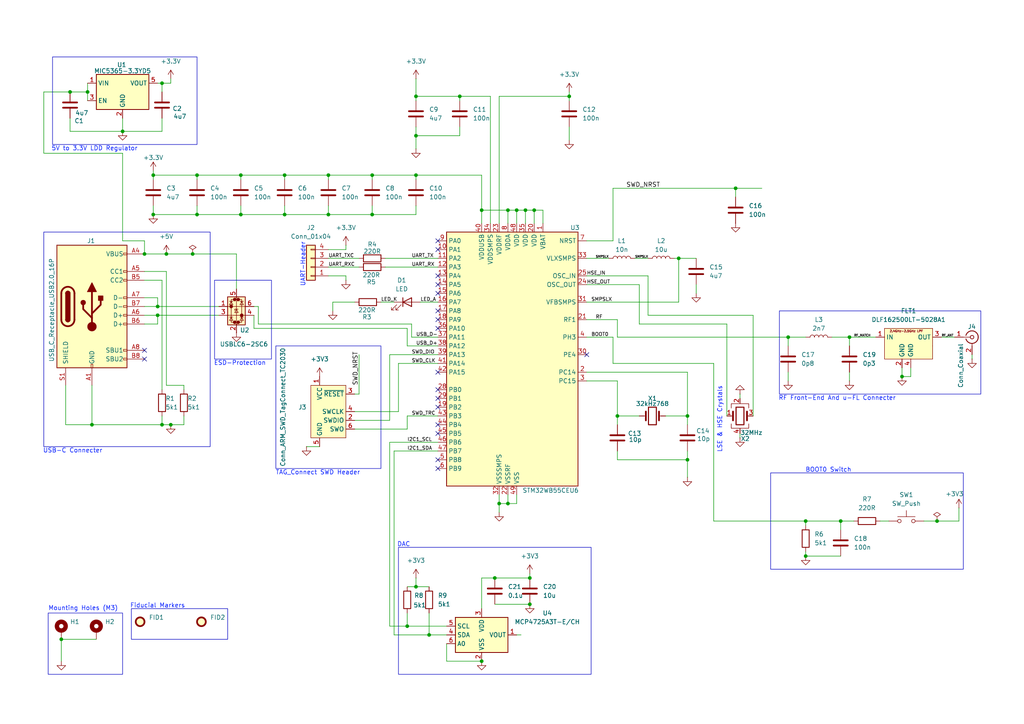
<source format=kicad_sch>
(kicad_sch (version 20231120) (generator "eeschema") (generator_version "8.0")
  (paper "A4")
  (junction (at 41.91 73.66))
  (junction (at 246.38 97.79))
  (junction (at 144.78 146.05))
  (junction (at 153.67 167.64))
  (junction (at 153.67 175.26))
  (junction (at 55.88 73.66))
  (junction (at 69.85 62.23))
  (junction (at 243.84 151.13))
  (junction (at 25.4 26.67))
  (junction (at 26.67 123.19))
  (junction (at 147.32 60.96))
  (junction (at 213.36 54.61))
  (junction (at 95.25 50.8))
  (junction (at 154.94 60.96))
  (junction (at 120.65 170.18))
  (junction (at 46.99 24.13))
  (junction (at 196.85 74.93))
  (junction (at 143.51 167.64))
  (junction (at 261.62 109.22))
  (junction (at 69.85 50.8))
  (junction (at 57.15 50.8))
  (junction (at 228.6 97.79))
  (junction (at 271.78 151.13))
  (junction (at 147.32 146.05))
  (junction (at 49.53 123.19))
  (junction (at 149.86 60.96))
  (junction (at 82.55 50.8))
  (junction (at 46.99 123.19))
  (junction (at 35.56 38.1))
  (junction (at 118.11 181.61))
  (junction (at 48.26 73.66))
  (junction (at 124.46 184.15))
  (junction (at 133.35 27.94))
  (junction (at 45.72 91.44))
  (junction (at 44.45 62.23))
  (junction (at 139.7 191.77))
  (junction (at 107.95 62.23))
  (junction (at 179.07 120.65))
  (junction (at 165.1 27.94))
  (junction (at 17.78 185.42))
  (junction (at 199.39 133.35))
  (junction (at 120.65 39.37))
  (junction (at 199.39 120.65))
  (junction (at 20.32 26.67))
  (junction (at 139.7 60.96))
  (junction (at 95.25 62.23))
  (junction (at 120.65 50.8))
  (junction (at 45.72 88.9))
  (junction (at 82.55 62.23))
  (junction (at 233.68 151.13))
  (junction (at 120.65 27.94))
  (junction (at 107.95 50.8))
  (junction (at 57.15 62.23))
  (junction (at 233.68 161.29))
  (junction (at 152.4 60.96))
  (junction (at 44.45 50.8))
  (no_connect (at 127 69.85))
  (no_connect (at 127 107.95))
  (no_connect (at 127 123.19))
  (no_connect (at 127 72.39))
  (no_connect (at 127 92.71))
  (no_connect (at 41.91 101.6))
  (no_connect (at 127 90.17))
  (no_connect (at 127 95.25))
  (no_connect (at 127 113.03))
  (no_connect (at 127 80.01))
  (no_connect (at 170.18 102.87))
  (no_connect (at 127 133.35))
  (no_connect (at 127 118.11))
  (no_connect (at 127 85.09))
  (no_connect (at 127 135.89))
  (no_connect (at 41.91 104.14))
  (no_connect (at 127 115.57))
  (no_connect (at 127 125.73))
  (no_connect (at 127 82.55))
  (wire (pts (xy 12.7 26.67) (xy 20.32 26.67)))
  (wire (pts (xy 25.4 26.67) (xy 20.32 26.67)))
  (wire (pts (xy 214.63 125.73) (xy 214.63 127)))
  (wire (pts (xy 185.42 93.98) (xy 185.42 82.55)))
  (wire (pts (xy 118.11 120.65) (xy 127 120.65)))
  (wire (pts (xy 214.63 114.3) (xy 214.63 115.57)))
  (wire (pts (xy 139.7 50.8) (xy 139.7 60.96)))
  (wire (pts (xy 179.07 120.65) (xy 179.07 110.49)))
  (wire (pts (xy 184.15 74.93) (xy 187.96 74.93)))
  (wire (pts (xy 170.18 107.95) (xy 199.39 107.95)))
  (wire (pts (xy 233.68 151.13) (xy 233.68 152.4)))
  (wire (pts (xy 110.49 87.63) (xy 114.3 87.63)))
  (wire (pts (xy 102.87 114.3) (xy 104.14 114.3)))
  (wire (pts (xy 120.65 22.86) (xy 120.65 27.94)))
  (wire (pts (xy 25.4 24.13) (xy 25.4 26.67)))
  (wire (pts (xy 95.25 74.93) (xy 104.14 74.93)))
  (wire (pts (xy 153.67 166.37) (xy 153.67 167.64)))
  (wire (pts (xy 228.6 97.79) (xy 228.6 100.33)))
  (wire (pts (xy 45.72 24.13) (xy 46.99 24.13)))
  (wire (pts (xy 118.11 120.65) (xy 118.11 124.46)))
  (wire (pts (xy 118.11 177.8) (xy 118.11 181.61)))
  (wire (pts (xy 139.7 50.8) (xy 120.65 50.8)))
  (wire (pts (xy 113.03 181.61) (xy 118.11 181.61)))
  (wire (pts (xy 45.72 91.44) (xy 45.72 93.98)))
  (wire (pts (xy 127 130.81) (xy 114.3 130.81)))
  (wire (pts (xy 196.85 74.93) (xy 201.93 74.93)))
  (wire (pts (xy 46.99 34.29) (xy 46.99 38.1)))
  (wire (pts (xy 102.87 87.63) (xy 96.52 87.63)))
  (wire (pts (xy 264.16 106.68) (xy 264.16 109.22)))
  (wire (pts (xy 120.65 170.18) (xy 124.46 170.18)))
  (wire (pts (xy 26.67 111.76) (xy 26.67 123.19)))
  (wire (pts (xy 246.38 107.95) (xy 246.38 110.49)))
  (wire (pts (xy 233.68 161.29) (xy 243.84 161.29)))
  (wire (pts (xy 48.26 111.76) (xy 53.34 111.76)))
  (wire (pts (xy 19.05 111.76) (xy 19.05 123.19)))
  (wire (pts (xy 17.78 185.42) (xy 17.78 191.77)))
  (wire (pts (xy 196.85 87.63) (xy 196.85 74.93)))
  (wire (pts (xy 104.14 102.87) (xy 104.14 114.3)))
  (wire (pts (xy 120.65 50.8) (xy 120.65 52.07)))
  (wire (pts (xy 115.57 105.41) (xy 115.57 119.38)))
  (wire (pts (xy 44.45 50.8) (xy 57.15 50.8)))
  (wire (pts (xy 120.65 59.69) (xy 120.65 62.23)))
  (wire (pts (xy 124.46 177.8) (xy 124.46 184.15)))
  (wire (pts (xy 179.07 110.49) (xy 170.18 110.49)))
  (wire (pts (xy 152.4 60.96) (xy 152.4 64.77)))
  (wire (pts (xy 185.42 120.65) (xy 179.07 120.65)))
  (wire (pts (xy 170.18 69.85) (xy 177.8 69.85)))
  (wire (pts (xy 243.84 151.13) (xy 247.65 151.13)))
  (wire (pts (xy 45.72 88.9) (xy 63.5 88.9)))
  (wire (pts (xy 143.51 167.64) (xy 153.67 167.64)))
  (wire (pts (xy 255.27 151.13) (xy 257.81 151.13)))
  (wire (pts (xy 100.33 71.12) (xy 100.33 72.39)))
  (wire (pts (xy 120.65 27.94) (xy 133.35 27.94)))
  (wire (pts (xy 264.16 109.22) (xy 261.62 109.22)))
  (wire (pts (xy 73.66 95.25) (xy 73.66 91.44)))
  (wire (pts (xy 41.91 86.36) (xy 45.72 86.36)))
  (wire (pts (xy 233.68 160.02) (xy 233.68 161.29)))
  (wire (pts (xy 17.78 185.42) (xy 27.94 185.42)))
  (wire (pts (xy 139.7 60.96) (xy 139.7 64.77)))
  (wire (pts (xy 82.55 50.8) (xy 82.55 52.07)))
  (wire (pts (xy 179.07 133.35) (xy 199.39 133.35)))
  (wire (pts (xy 207.01 151.13) (xy 233.68 151.13)))
  (wire (pts (xy 68.58 73.66) (xy 68.58 83.82)))
  (wire (pts (xy 73.66 95.25) (xy 118.11 95.25)))
  (wire (pts (xy 120.65 167.64) (xy 120.65 170.18)))
  (wire (pts (xy 82.55 62.23) (xy 69.85 62.23)))
  (wire (pts (xy 69.85 50.8) (xy 69.85 52.07)))
  (wire (pts (xy 144.78 146.05) (xy 147.32 146.05)))
  (wire (pts (xy 100.33 80.01) (xy 100.33 81.28)))
  (wire (pts (xy 102.87 119.38) (xy 115.57 119.38)))
  (wire (pts (xy 53.34 111.76) (xy 53.34 113.03)))
  (wire (pts (xy 179.07 120.65) (xy 179.07 123.19)))
  (wire (pts (xy 48.26 73.66) (xy 55.88 73.66)))
  (wire (pts (xy 179.07 97.79) (xy 228.6 97.79)))
  (wire (pts (xy 55.88 73.66) (xy 68.58 73.66)))
  (wire (pts (xy 118.11 95.25) (xy 118.11 100.33)))
  (wire (pts (xy 82.55 59.69) (xy 82.55 62.23)))
  (wire (pts (xy 95.25 72.39) (xy 100.33 72.39)))
  (wire (pts (xy 120.65 62.23) (xy 107.95 62.23)))
  (wire (pts (xy 115.57 105.41) (xy 127 105.41)))
  (wire (pts (xy 139.7 176.53) (xy 139.7 167.64)))
  (wire (pts (xy 41.91 93.98) (xy 45.72 93.98)))
  (wire (pts (xy 118.11 100.33) (xy 127 100.33)))
  (wire (pts (xy 144.78 27.94) (xy 165.1 27.94)))
  (wire (pts (xy 35.56 34.29) (xy 35.56 38.1)))
  (wire (pts (xy 177.8 105.41) (xy 207.01 105.41)))
  (wire (pts (xy 261.62 106.68) (xy 261.62 109.22)))
  (wire (pts (xy 95.25 59.69) (xy 95.25 62.23)))
  (wire (pts (xy 41.91 81.28) (xy 46.99 81.28)))
  (wire (pts (xy 41.91 69.85) (xy 41.91 73.66)))
  (wire (pts (xy 46.99 38.1) (xy 35.56 38.1)))
  (wire (pts (xy 210.82 93.98) (xy 185.42 93.98)))
  (wire (pts (xy 69.85 59.69) (xy 69.85 62.23)))
  (wire (pts (xy 201.93 82.55) (xy 201.93 85.09)))
  (wire (pts (xy 207.01 105.41) (xy 207.01 151.13)))
  (wire (pts (xy 177.8 97.79) (xy 177.8 105.41)))
  (wire (pts (xy 74.93 93.98) (xy 74.93 88.9)))
  (wire (pts (xy 179.07 130.81) (xy 179.07 133.35)))
  (wire (pts (xy 157.48 60.96) (xy 154.94 60.96)))
  (wire (pts (xy 170.18 97.79) (xy 177.8 97.79)))
  (wire (pts (xy 57.15 50.8) (xy 57.15 52.07)))
  (wire (pts (xy 107.95 62.23) (xy 95.25 62.23)))
  (wire (pts (xy 45.72 91.44) (xy 63.5 91.44)))
  (wire (pts (xy 228.6 97.79) (xy 233.68 97.79)))
  (wire (pts (xy 177.8 69.85) (xy 177.8 54.61)))
  (wire (pts (xy 210.82 120.65) (xy 210.82 93.98)))
  (wire (pts (xy 111.76 74.93) (xy 127 74.93)))
  (wire (pts (xy 120.65 39.37) (xy 120.65 43.18)))
  (wire (pts (xy 218.44 120.65) (xy 218.44 91.44)))
  (wire (pts (xy 25.4 26.67) (xy 25.4 29.21)))
  (wire (pts (xy 46.99 24.13) (xy 46.99 26.67)))
  (wire (pts (xy 95.25 77.47) (xy 104.14 77.47)))
  (wire (pts (xy 149.86 143.51) (xy 149.86 146.05)))
  (wire (pts (xy 193.04 120.65) (xy 199.39 120.65)))
  (wire (pts (xy 69.85 50.8) (xy 57.15 50.8)))
  (wire (pts (xy 26.67 123.19) (xy 46.99 123.19)))
  (wire (pts (xy 129.54 186.69) (xy 129.54 191.77)))
  (wire (pts (xy 154.94 60.96) (xy 152.4 60.96)))
  (wire (pts (xy 35.56 44.45) (xy 35.56 69.85)))
  (wire (pts (xy 149.86 60.96) (xy 149.86 64.77)))
  (wire (pts (xy 149.86 60.96) (xy 147.32 60.96)))
  (wire (pts (xy 185.42 82.55) (xy 170.18 82.55)))
  (wire (pts (xy 46.99 123.19) (xy 49.53 123.19)))
  (wire (pts (xy 129.54 191.77) (xy 139.7 191.77)))
  (wire (pts (xy 213.36 54.61) (xy 213.36 57.15)))
  (wire (pts (xy 213.36 54.61) (xy 220.98 54.61)))
  (wire (pts (xy 143.51 175.26) (xy 153.67 175.26)))
  (wire (pts (xy 118.11 181.61) (xy 129.54 181.61)))
  (wire (pts (xy 95.25 62.23) (xy 82.55 62.23)))
  (wire (pts (xy 170.18 74.93) (xy 176.53 74.93)))
  (wire (pts (xy 218.44 91.44) (xy 187.96 91.44)))
  (wire (pts (xy 165.1 36.83) (xy 165.1 40.64)))
  (wire (pts (xy 12.7 26.67) (xy 12.7 44.45)))
  (wire (pts (xy 154.94 60.96) (xy 154.94 64.77)))
  (wire (pts (xy 278.13 151.13) (xy 271.78 151.13)))
  (wire (pts (xy 95.25 50.8) (xy 82.55 50.8)))
  (wire (pts (xy 92.71 129.54) (xy 88.9 129.54)))
  (wire (pts (xy 157.48 64.77) (xy 157.48 60.96)))
  (wire (pts (xy 53.34 120.65) (xy 53.34 123.19)))
  (wire (pts (xy 273.05 97.79) (xy 276.86 97.79)))
  (wire (pts (xy 113.03 102.87) (xy 127 102.87)))
  (wire (pts (xy 20.32 34.29) (xy 20.32 38.1)))
  (wire (pts (xy 74.93 93.98) (xy 119.38 93.98)))
  (wire (pts (xy 49.53 123.19) (xy 53.34 123.19)))
  (wire (pts (xy 177.8 54.61) (xy 213.36 54.61)))
  (wire (pts (xy 165.1 26.67) (xy 165.1 27.94)))
  (wire (pts (xy 133.35 27.94) (xy 133.35 29.21)))
  (wire (pts (xy 241.3 97.79) (xy 246.38 97.79)))
  (wire (pts (xy 19.05 123.19) (xy 26.67 123.19)))
  (wire (pts (xy 170.18 92.71) (xy 179.07 92.71)))
  (wire (pts (xy 114.3 184.15) (xy 124.46 184.15)))
  (wire (pts (xy 45.72 86.36) (xy 45.72 88.9)))
  (wire (pts (xy 118.11 124.46) (xy 102.87 124.46)))
  (wire (pts (xy 113.03 121.92) (xy 113.03 102.87)))
  (wire (pts (xy 114.3 130.81) (xy 114.3 184.15)))
  (wire (pts (xy 118.11 170.18) (xy 120.65 170.18)))
  (wire (pts (xy 44.45 49.53) (xy 44.45 50.8)))
  (wire (pts (xy 243.84 151.13) (xy 243.84 153.67)))
  (wire (pts (xy 49.53 24.13) (xy 49.53 22.86)))
  (wire (pts (xy 35.56 69.85) (xy 41.91 69.85)))
  (wire (pts (xy 119.38 97.79) (xy 127 97.79)))
  (wire (pts (xy 278.13 147.32) (xy 278.13 151.13)))
  (wire (pts (xy 142.24 27.94) (xy 133.35 27.94)))
  (wire (pts (xy 12.7 44.45) (xy 35.56 44.45)))
  (wire (pts (xy 147.32 143.51) (xy 147.32 146.05)))
  (wire (pts (xy 119.38 93.98) (xy 119.38 97.79)))
  (wire (pts (xy 195.58 74.93) (xy 196.85 74.93)))
  (wire (pts (xy 267.97 151.13) (xy 271.78 151.13)))
  (wire (pts (xy 120.65 50.8) (xy 107.95 50.8)))
  (wire (pts (xy 107.95 59.69) (xy 107.95 62.23)))
  (wire (pts (xy 120.65 39.37) (xy 133.35 39.37)))
  (wire (pts (xy 57.15 62.23) (xy 57.15 59.69)))
  (wire (pts (xy 127 128.27) (xy 113.03 128.27)))
  (wire (pts (xy 48.26 78.74) (xy 48.26 111.76)))
  (wire (pts (xy 82.55 50.8) (xy 69.85 50.8)))
  (wire (pts (xy 44.45 62.23) (xy 57.15 62.23)))
  (wire (pts (xy 199.39 107.95) (xy 199.39 120.65)))
  (wire (pts (xy 281.94 102.87) (xy 281.94 104.14)))
  (wire (pts (xy 139.7 167.64) (xy 143.51 167.64)))
  (wire (pts (xy 113.03 128.27) (xy 113.03 181.61)))
  (wire (pts (xy 107.95 50.8) (xy 95.25 50.8)))
  (wire (pts (xy 46.99 120.65) (xy 46.99 123.19)))
  (wire (pts (xy 120.65 36.83) (xy 120.65 39.37)))
  (wire (pts (xy 179.07 92.71) (xy 179.07 97.79)))
  (wire (pts (xy 120.65 29.21) (xy 120.65 27.94)))
  (wire (pts (xy 144.78 143.51) (xy 144.78 146.05)))
  (wire (pts (xy 41.91 78.74) (xy 48.26 78.74)))
  (wire (pts (xy 199.39 120.65) (xy 199.39 123.19)))
  (wire (pts (xy 69.85 62.23) (xy 57.15 62.23)))
  (wire (pts (xy 246.38 97.79) (xy 254 97.79)))
  (wire (pts (xy 142.24 64.77) (xy 142.24 27.94)))
  (wire (pts (xy 95.25 80.01) (xy 100.33 80.01)))
  (wire (pts (xy 111.76 77.47) (xy 127 77.47)))
  (wire (pts (xy 152.4 60.96) (xy 149.86 60.96)))
  (wire (pts (xy 95.25 50.8) (xy 95.25 52.07)))
  (wire (pts (xy 121.92 87.63) (xy 127 87.63)))
  (wire (pts (xy 44.45 52.07) (xy 44.45 50.8)))
  (wire (pts (xy 144.78 146.05) (xy 144.78 148.59)))
  (wire (pts (xy 96.52 87.63) (xy 96.52 90.17)))
  (wire (pts (xy 187.96 80.01) (xy 170.18 80.01)))
  (wire (pts (xy 74.93 88.9) (xy 73.66 88.9)))
  (wire (pts (xy 144.78 64.77) (xy 144.78 27.94)))
  (wire (pts (xy 149.86 184.15) (xy 151.13 184.15)))
  (wire (pts (xy 170.18 87.63) (xy 196.85 87.63)))
  (wire (pts (xy 20.32 38.1) (xy 35.56 38.1)))
  (wire (pts (xy 199.39 133.35) (xy 199.39 138.43)))
  (wire (pts (xy 44.45 59.69) (xy 44.45 62.23)))
  (wire (pts (xy 124.46 184.15) (xy 129.54 184.15)))
  (wire (pts (xy 147.32 146.05) (xy 149.86 146.05)))
  (wire (pts (xy 46.99 113.03) (xy 46.99 81.28)))
  (wire (pts (xy 147.32 60.96) (xy 147.32 64.77)))
  (wire (pts (xy 107.95 50.8) (xy 107.95 52.07)))
  (wire (pts (xy 233.68 151.13) (xy 243.84 151.13)))
  (wire (pts (xy 187.96 91.44) (xy 187.96 80.01)))
  (wire (pts (xy 41.91 91.44) (xy 45.72 91.44)))
  (wire (pts (xy 165.1 27.94) (xy 165.1 29.21)))
  (wire (pts (xy 41.91 73.66) (xy 48.26 73.66)))
  (wire (pts (xy 199.39 130.81) (xy 199.39 133.35)))
  (wire (pts (xy 228.6 107.95) (xy 228.6 110.49)))
  (wire (pts (xy 246.38 97.79) (xy 246.38 100.33)))
  (wire (pts (xy 46.99 24.13) (xy 49.53 24.13)))
  (wire (pts (xy 147.32 60.96) (xy 139.7 60.96)))
  (wire (pts (xy 41.91 88.9) (xy 45.72 88.9)))
  (wire (pts (xy 133.35 39.37) (xy 133.35 36.83)))
  (wire (pts (xy 102.87 121.92) (xy 113.03 121.92)))
  (rectangle (start 38.1 176.53) (end 66.04 185.42))
  (rectangle (start 226.06 90.17) (end 284.48 114.3))
  (rectangle (start 15.24 16.51) (end 57.15 41.91))
  (rectangle (start 80.01 100.33) (end 110.49 135.89))
  (rectangle (start 223.52 137.16) (end 279.4 165.1))
  (rectangle (start 115.57 158.75) (end 171.45 195.58))
  (rectangle (start 62.23 81.28) (end 78.74 104.14))
  (rectangle (start 13.97 177.8) (end 35.56 195.58))
  (rectangle (start 12.7 67.31) (end 60.96 129.54))
  (text "RF Front-End And u-FL Connecter" (at 242.824 115.57 0) (effects (font (size 1.27 1.27))))
  (text "ESD-Protection" (at 69.596 105.41 0) (effects (font (size 1.27 1.27))))
  (text "Mounting Holes (M3)" (at 24.13 176.53 0) (effects (font (size 1.27 1.27))))
  (text "LSE & HSE Crystals" (at 208.788 121.666 90) (effects (font (size 1.27 1.27))))
  (text "Fiducial Markers" (at 45.72 175.768 0) (effects (font (size 1.27 1.27))))
  (text "USB-C Connecter " (at 21.59 130.81 0) (effects (font (size 1.27 1.27))))
  (text "UART-Header" (at 87.884 76.708 90) (effects (font (size 1.27 1.27))))
  (text "TAG_Connect SWD Header" (at 92.202 137.16 0) (effects (font (size 1.27 1.27))))
  (text "5V to 3.3V LDD Regulator" (at 27.432 43.18 0) (effects (font (size 1.27 1.27))))
  (text "BOOT0 Switch" (at 240.284 136.398 0) (effects (font (size 1.27 1.27))))
  (text "DAC" (at 117.094 157.988 0) (effects (font (size 1.27 1.27))))
  (label "RF_MATCH" (at 247.65 97.79 0) (effects (font (size 0.635 0.635))))
  (label "SWD_NRST" (at 181.61 54.61 0))
  (label "UART_RXC" (at 95.25 77.47 0) (effects (font (size 1.016 1.016))))
  (label "HSE_OUT" (at 170.18 82.55 0) (effects (font (size 1.016 1.016))))
  (label "SMPSLX" (at 172.72 74.93 0) (effects (font (size 0.635 0.635))))
  (label "BOOT0" (at 171.45 97.79 0) (effects (font (size 1.016 1.016))))
  (label "UART_RX" (at 119.38 77.47 0) (effects (font (size 1.016 1.016))))
  (label "UART_TXC" (at 95.25 74.93 0) (effects (font (size 1.016 1.016))))
  (label "SMPSLX" (at 184.15 74.93 0) (effects (font (size 0.635 0.635))))
  (label "LED_K" (at 110.49 87.63 0) (effects (font (size 1.016 1.016))))
  (label "LED_A" (at 121.92 87.63 0) (effects (font (size 1.016 1.016))))
  (label "RF" (at 172.72 92.71 0) (effects (font (size 1.016 1.016))))
  (label "SWD_CLK" (at 119.38 105.41 0) (effects (font (size 1.016 1.016))))
  (label "I2C1_SCL" (at 118.11 128.27 0) (effects (font (size 1.016 1.016))))
  (label "SMPSLX" (at 171.45 87.63 0) (effects (font (size 1.016 1.016))))
  (label "SWD_NRST" (at 104.14 111.76 90))
  (label "UART_TX" (at 119.38 74.93 0) (effects (font (size 1.016 1.016))))
  (label "SWD_TRC" (at 119.38 120.65 0) (effects (font (size 1.016 1.016))))
  (label "I2C1_SDA" (at 118.11 130.81 0) (effects (font (size 1.016 1.016))))
  (label "RF_ANT" (at 273.05 97.79 0) (effects (font (size 0.635 0.635))))
  (label "HSE_IN" (at 170.18 80.01 0) (effects (font (size 1.016 1.016))))
  (label "USB_D-" (at 120.65 97.79 0) (effects (font (size 1.016 1.016))))
  (label "USB_D+" (at 120.65 100.33 0) (effects (font (size 1.016 1.016))))
  (label "SWD_DIO" (at 119.38 102.87 0) (effects (font (size 1.016 1.016))))
  (symbol (lib_id "power:GND") (at 281.94 104.14 0) (unit 1)
    (property "Reference" "#PWR028" (effects (hide yes)))
    (property "Value" "GND" (effects (hide yes)))
    (property "Description" "Power symbol creates a global label with name \"GND\" , ground" (effects (hide yes)))
  )
  (symbol (lib_id "power:GND") (at 44.45 62.23 0) (unit 1)
    (property "Reference" "#PWR03" (effects (hide yes)))
    (property "Value" "GND" (effects (hide yes)))
    (property "Description" "Power symbol creates a global label with name \"GND\" , ground" (effects (hide yes)))
  )
  (symbol (lib_id "power:PWR_FLAG") (at 271.78 151.13 0) (unit 1)
    (property "Reference" "#FLG02" (effects (hide yes)))
    (property "Value" "PWR_FLAG" (effects (hide yes)))
    (property "Description" "Special symbol for telling ERC where power comes from" (effects (hide yes)))
  )
  (symbol (lib_id "Device:C") (at 143.51 171.45 0) (unit 1)
    (property "Reference" "C21" (at 147.32 170.1799 0) (effects (justify left)))
    (property "Value" "0.1u" (at 147.32 172.7199 0) (effects (justify left)))
    (property "Footprint" "Capacitor_SMD:C_01005_0402Metric" (effects (hide yes)))
    (property "Description" "Unpolarized capacitor" (effects (hide yes)))
  )
  (symbol (lib_id "Device:R") (at 124.46 173.99 0) (unit 1)
    (property "Reference" "R9" (at 127 172.7199 0) (effects (justify left)))
    (property "Value" "5k1" (at 127 175.2599 0) (effects (justify left)))
    (property "Footprint" "Resistor_SMD:R_0402_1005Metric" (effects (hide yes)))
    (property "Description" "Resistor" (effects (hide yes)))
  )
  (symbol (lib_id "power:GND") (at 199.39 138.43 0) (unit 1)
    (property "Reference" "#PWR018" (effects (hide yes)))
    (property "Value" "GND" (effects (hide yes)))
    (property "Description" "Power symbol creates a global label with name \"GND\" , ground" (effects (hide yes)))
  )
  (symbol (lib_id "Device:C") (at 120.65 55.88 0) (unit 1)
    (property "Reference" "C10" (at 124.46 54.6099 0) (effects (justify left)))
    (property "Value" "100n" (at 124.46 57.1499 0) (effects (justify left)))
    (property "Footprint" "Capacitor_SMD:C_0402_1005Metric" (effects (hide yes)))
    (property "Description" "Unpolarized capacitor" (effects (hide yes)))
  )
  (symbol (lib_id "MCU_ST_STM32WB:STM32WB55CEUx") (at 149.86 105.41 0) (mirror y) (unit 1)
    (property "Reference" "U3" (at 168.148 66.04 0) (effects (justify left)))
    (property "Value" "STM32WB55CEU6" (at 167.894 142.24 0) (effects (justify left)))
    (property "Footprint" "Package_DFN_QFN:QFN-48-1EP_7x7mm_P0.5mm_EP5.6x5.6mm" (effects (hide yes)))
    (property "Datasheet" "https://www.st.com/resource/en/datasheet/stm32wb55ce.pdf" (effects (hide yes)))
    (property "Description" "STMicroelectronics Arm Cortex-M4 MCU, 512KB flash, 256KB RAM, 64 MHz, 1.71-3.6V, 30 GPIO, UFQFPN48" (effects (hide yes)))
  )
  (symbol (lib_id "power:GND") (at 96.52 90.17 0) (unit 1)
    (property "Reference" "#PWR010" (effects (hide yes)))
    (property "Value" "GND" (effects (hide yes)))
    (property "Description" "Power symbol creates a global label with name \"GND\" , ground" (effects (hide yes)))
  )
  (symbol (lib_id "Device:C") (at 165.1 33.02 0) (unit 1)
    (property "Reference" "C12" (at 168.91 31.7499 0) (effects (justify left)))
    (property "Value" "100n" (at 168.91 34.2899 0) (effects (justify left)))
    (property "Footprint" "Capacitor_SMD:C_0402_1005Metric" (effects (hide yes)))
    (property "Description" "Unpolarized capacitor" (effects (hide yes)))
  )
  (symbol (lib_id "Connector:USB_C_Receptacle_USB2.0_16P") (at 26.67 88.9 0) (unit 1)
    (property "Reference" "J1" (at 26.416 69.85 0))
    (property "Value" "USB_C_Receptacle_USB2.0_16P" (at 14.986 89.916 90))
    (property "Footprint" "Connector_USB:USB_C_Receptacle_GCT_USB4105-xx-A_16P_TopMnt_Horizontal" (effects (hide yes)))
    (property "Datasheet" "https://www.usb.org/sites/default/files/documents/usb_type-c.zip" (effects (hide yes)))
    (property "Description" "USB 2.0-only 16P Type-C Receptacle connector" (effects (hide yes)))
  )
  (symbol (lib_id "Device:C") (at 95.25 55.88 0) (unit 1)
    (property "Reference" "C7" (at 99.06 54.6099 0) (effects (justify left)))
    (property "Value" "100n" (at 99.06 57.1499 0) (effects (justify left)))
    (property "Footprint" "Capacitor_SMD:C_0402_1005Metric" (effects (hide yes)))
    (property "Description" "Unpolarized capacitor" (effects (hide yes)))
  )
  (symbol (lib_id "power:+3.3V") (at 44.45 49.53 0) (unit 1)
    (property "Reference" "#PWR02" (effects (hide yes)))
    (property "Value" "+3.3V" (at 44.45 45.72 0))
    (property "Description" "Power symbol creates a global label with name \"+3.3V\"" (effects (hide yes)))
  )
  (symbol (lib_id "Device:C") (at 57.15 55.88 0) (unit 1)
    (property "Reference" "C4" (at 60.96 54.6099 0) (effects (justify left)))
    (property "Value" "100n" (at 60.96 57.1499 0) (effects (justify left)))
    (property "Footprint" "Capacitor_SMD:C_0402_1005Metric" (effects (hide yes)))
    (property "Description" "Unpolarized capacitor" (effects (hide yes)))
  )
  (symbol (lib_id "Device:R") (at 53.34 116.84 0) (unit 1)
    (property "Reference" "R2" (at 54.356 115.57 0) (effects (justify left)))
    (property "Value" "5k1" (at 54.356 118.11 0) (effects (justify left)))
    (property "Footprint" "Resistor_SMD:R_0402_1005Metric" (effects (hide yes)))
    (property "Description" "Resistor" (effects (hide yes)))
  )
  (symbol (lib_id "Device:L") (at 237.49 97.79 90) (unit 1)
    (property "Reference" "L3" (at 237.49 92.71 90))
    (property "Value" "2n7" (at 237.49 95.25 90))
    (property "Footprint" "Inductor_SMD:L_0402_1005Metric" (effects (hide yes)))
    (property "Description" "Inductor" (effects (hide yes)))
  )
  (symbol (lib_id "Device:R") (at 46.99 116.84 0) (unit 1)
    (property "Reference" "R1" (at 48.006 115.57 0) (effects (justify left)))
    (property "Value" "5k1" (at 48.006 118.11 0) (effects (justify left)))
    (property "Footprint" "Resistor_SMD:R_0402_1005Metric" (effects (hide yes)))
    (property "Description" "Resistor" (effects (hide yes)))
  )
  (symbol (lib_id "Mechanical:MountingHole_Pad") (at 27.94 182.88 0) (unit 1) (exclude_from_sim yes)
    (property "Reference" "H2" (at 30.48 180.3399 0) (effects (justify left)))
    (property "Value" "MountingHole_Pad" (effects (hide yes)))
    (property "Footprint" "MountingHole:MountingHole_2.2mm_M2_Pad" (effects (hide yes)))
    (property "Description" "Mounting Hole with connection" (effects (hide yes)))
  )
  (symbol (lib_id "Device:LED") (at 118.11 87.63 0) (unit 1)
    (property "Reference" "D1" (at 116.5225 81.28 0))
    (property "Value" "LED" (at 116.5225 83.82 0))
    (property "Footprint" "LED_SMD:LED_0402_1005Metric" (effects (hide yes)))
    (property "Description" "Light emitting diode" (effects (hide yes)))
  )
  (symbol (lib_id "power:GND") (at 233.68 161.29 0) (unit 1)
    (property "Reference" "#PWR024" (effects (hide yes)))
    (property "Value" "GND" (effects (hide yes)))
    (property "Description" "Power symbol creates a global label with name \"GND\" , ground" (effects (hide yes)))
  )
  (symbol (lib_id "Device:C") (at 82.55 55.88 0) (unit 1)
    (property "Reference" "C6" (at 86.36 54.6099 0) (effects (justify left)))
    (property "Value" "100n" (at 86.36 57.1499 0) (effects (justify left)))
    (property "Footprint" "Capacitor_SMD:C_0402_1005Metric" (effects (hide yes)))
    (property "Description" "Unpolarized capacitor" (effects (hide yes)))
  )
  (symbol (lib_id "power:GND") (at 49.53 123.19 0) (unit 1)
    (property "Reference" "#PWR05" (effects (hide yes)))
    (property "Value" "GND" (effects (hide yes)))
    (property "Description" "Power symbol creates a global label with name \"GND\" , ground" (effects (hide yes)))
  )
  (symbol (lib_id "Device:C") (at 133.35 33.02 0) (unit 1)
    (property "Reference" "C11" (at 137.16 31.7499 0) (effects (justify left)))
    (property "Value" "100n" (at 137.16 34.2899 0) (effects (justify left)))
    (property "Footprint" "Capacitor_SMD:C_0402_1005Metric" (effects (hide yes)))
    (property "Description" "Unpolarized capacitor" (effects (hide yes)))
  )
  (symbol (lib_id "Mechanical:MountingHole_Pad") (at 17.78 182.88 0) (unit 1) (exclude_from_sim yes)
    (property "Reference" "H1" (at 20.32 180.3399 0) (effects (justify left)))
    (property "Value" "MountingHole_Pad" (effects (hide yes)))
    (property "Footprint" "MountingHole:MountingHole_2.2mm_M2_Pad" (effects (hide yes)))
    (property "Description" "Mounting Hole with connection" (effects (hide yes)))
  )
  (symbol (lib_id "Connector_Generic:Conn_01x04") (at 90.17 77.47 180) (unit 1)
    (property "Reference" "J2" (at 90.17 66.04 0))
    (property "Value" "Conn_01x04" (at 90.17 68.58 0))
    (property "Footprint" "Connector_Molex:Molex_PicoBlade_53048-0410_1x04_P1.25mm_Horizontal" (effects (hide yes)))
    (property "Description" "Generic connector, single row, 01x04, script generated (kicad-library-utils/schlib/autogen/connector/)" (effects (hide yes)))
  )
  (symbol (lib_id "Device:C") (at 69.85 55.88 0) (unit 1)
    (property "Reference" "C5" (at 73.66 54.6099 0) (effects (justify left)))
    (property "Value" "100n" (at 73.66 57.1499 0) (effects (justify left)))
    (property "Footprint" "Capacitor_SMD:C_0402_1005Metric" (effects (hide yes)))
    (property "Description" "Unpolarized capacitor" (effects (hide yes)))
  )
  (symbol (lib_id "power:GND") (at 100.33 81.28 0) (unit 1)
    (property "Reference" "#PWR012" (effects (hide yes)))
    (property "Value" "GND" (effects (hide yes)))
    (property "Description" "Power symbol creates a global label with name \"GND\" , ground" (effects (hide yes)))
  )
  (symbol (lib_id "Device:C") (at 213.36 60.96 0) (unit 1)
    (property "Reference" "C16" (at 217.17 59.6899 0) (effects (justify left)))
    (property "Value" "100n" (at 217.17 62.2299 0) (effects (justify left)))
    (property "Footprint" "Capacitor_SMD:C_0402_1005Metric" (effects (hide yes)))
    (property "Description" "Unpolarized capacitor" (effects (hide yes)))
  )
  (symbol (lib_id "power:GND") (at 246.38 110.49 0) (unit 1)
    (property "Reference" "#PWR025" (effects (hide yes)))
    (property "Value" "GND" (effects (hide yes)))
    (property "Description" "Power symbol creates a global label with name \"GND\" , ground" (effects (hide yes)))
  )
  (symbol (lib_id "Mechanical:Fiducial") (at 58.42 180.34 0) (unit 1) (exclude_from_sim yes)
    (property "Reference" "FID2" (at 60.96 179.0699 0) (effects (justify left)))
    (property "Value" "Fiducial" (effects (hide yes)))
    (property "Footprint" "Fiducial:Fiducial_1mm_Mask2mm" (effects (hide yes)))
    (property "Description" "Fiducial Marker" (effects (hide yes)))
  )
  (symbol (lib_id "BSTM32_SchematicSymbol:DLF162500LT-5028A1") (at 262.89 96.52 0) (unit 1)
    (property "Reference" "FLT1" (at 263.525 90.17 0))
    (property "Value" "DLF162500LT-5028A1" (at 263.525 92.71 0))
    (property "Footprint" "BSTM_NewRFLPFLayout:DLF162500LT-5028A1" (effects (hide yes)))
  )
  (symbol (lib_id "Connector:Conn_ARM_SWD_TagConnect_TC2030") (at 95.25 119.38 0) (unit 1) (in_bom no)
    (property "Reference" "J3" (at 88.9 118.1099 0) (effects (justify right)))
    (property "Value" "Conn_ARM_SWD_TagConnect_TC2030" (at 82.042 100.838 90) (effects (justify right)))
    (property "Footprint" "Connector:Tag-Connect_TC2030-IDC-FP_2x03_P1.27mm_Vertical" (effects (hide yes)))
    (property "Datasheet" "https://www.tag-connect.com/wp-content/uploads/bsk-pdf-manager/TC2030-CTX_1.pdf" (effects (hide yes)))
    (property "Description" "Tag-Connect ARM Cortex SWD JTAG connector, 6 pin" (effects (hide yes)))
  )
  (symbol (lib_id "Device:L") (at 180.34 74.93 90) (unit 1)
    (property "Reference" "L1" (at 180.34 69.85 90))
    (property "Value" "10n" (at 180.34 72.39 90))
    (property "Footprint" "Inductor_SMD:L_0402_1005Metric" (effects (hide yes)))
    (property "Description" "Inductor" (effects (hide yes)))
  )
  (symbol (lib_id "Device:C") (at 107.95 55.88 0) (unit 1)
    (property "Reference" "C8" (at 111.76 54.6099 0) (effects (justify left)))
    (property "Value" "100n" (at 111.76 57.1499 0) (effects (justify left)))
    (property "Footprint" "Capacitor_SMD:C_0402_1005Metric" (effects (hide yes)))
    (property "Description" "Unpolarized capacitor" (effects (hide yes)))
  )
  (symbol (lib_id "Device:C") (at 20.32 30.48 0) (unit 1)
    (property "Reference" "C1" (at 21.59 35.052 0) (effects (justify left)))
    (property "Value" "4u7" (at 21.844 32.766 0) (effects (justify left)))
    (property "Footprint" "Capacitor_SMD:C_0603_1608Metric" (effects (hide yes)))
    (property "Description" "Unpolarized capacitor" (effects (hide yes)))
  )
  (symbol (lib_id "Device:C") (at 246.38 104.14 0) (unit 1)
    (property "Reference" "C19" (at 250.19 102.8699 0) (effects (justify left)))
    (property "Value" "0p3" (at 250.19 105.4099 0) (effects (justify left)))
    (property "Footprint" "Capacitor_SMD:C_0402_1005Metric" (effects (hide yes)))
    (property "Description" "Unpolarized capacitor" (effects (hide yes)))
  )
  (symbol (lib_id "power:+3V3") (at 153.67 166.37 0) (unit 1)
    (property "Reference" "#PWR031" (effects (hide yes)))
    (property "Value" "+3V3" (at 153.67 161.29 0))
    (property "Description" "Power symbol creates a global label with name \"+3V3\"" (effects (hide yes)))
  )
  (symbol (lib_id "Device:Crystal_GND24") (at 214.63 120.65 0) (unit 1)
    (property "Reference" "X2" (at 216.154 127.254 0))
    (property "Value" "32MHz" (at 217.932 125.476 0))
    (property "Footprint" "Crystal:Crystal_SMD_2016-4Pin_2.0x1.6mm" (effects (hide yes)))
    (property "Description" "Four pin crystal, GND on pins 2 and 4" (effects (hide yes)))
  )
  (symbol (lib_id "Device:C") (at 201.93 78.74 0) (unit 1)
    (property "Reference" "C15" (at 205.74 77.4699 0) (effects (justify left)))
    (property "Value" "4u7" (at 205.74 80.0099 0) (effects (justify left)))
    (property "Footprint" "Capacitor_SMD:C_0603_1608Metric" (effects (hide yes)))
    (property "Description" "Unpolarized capacitor" (effects (hide yes)))
  )
  (symbol (lib_id "power:GND") (at 214.63 127 0) (unit 1)
    (property "Reference" "#PWR022" (effects (hide yes)))
    (property "Value" "GND" (effects (hide yes)))
    (property "Description" "Power symbol creates a global label with name \"GND\" , ground" (effects (hide yes)))
  )
  (symbol (lib_id "power:PWR_FLAG") (at 55.88 73.66 0) (unit 1)
    (property "Reference" "#FLG01" (effects (hide yes)))
    (property "Value" "PWR_FLAG" (effects (hide yes)))
    (property "Description" "Special symbol for telling ERC where power comes from" (effects (hide yes)))
  )
  (symbol (lib_id "Device:C") (at 153.67 171.45 0) (unit 1)
    (property "Reference" "C20" (at 157.48 170.1799 0) (effects (justify left)))
    (property "Value" "10u" (at 157.48 172.7199 0) (effects (justify left)))
    (property "Footprint" "Capacitor_SMD:C_0805_2012Metric" (effects (hide yes)))
    (property "Description" "Unpolarized capacitor" (effects (hide yes)))
  )
  (symbol (lib_id "power:GND") (at 144.78 148.59 0) (unit 1)
    (property "Reference" "#PWR015" (effects (hide yes)))
    (property "Value" "GND" (effects (hide yes)))
    (property "Description" "Power symbol creates a global label with name \"GND\" , ground" (effects (hide yes)))
  )
  (symbol (lib_id "power:GND") (at 165.1 40.64 0) (unit 1)
    (property "Reference" "#PWR017" (effects (hide yes)))
    (property "Value" "GND" (effects (hide yes)))
    (property "Description" "Power symbol creates a global label with name \"GND\" , ground" (effects (hide yes)))
  )
  (symbol (lib_id "power:+5V") (at 48.26 73.66 0) (unit 1)
    (property "Reference" "#PWR06" (effects (hide yes)))
    (property "Value" "+5V" (at 48.26 68.58 0))
    (property "Description" "Power symbol creates a global label with name \"+5V\"" (effects (hide yes)))
  )
  (symbol (lib_id "power:GND") (at 153.67 175.26 0) (unit 1)
    (property "Reference" "#PWR032" (effects (hide yes)))
    (property "Value" "GND" (effects (hide yes)))
    (property "Description" "Power symbol creates a global label with name \"GND\" , ground" (effects (hide yes)))
  )
  (symbol (lib_id "Device:R") (at 233.68 156.21 0) (unit 1)
    (property "Reference" "R6" (at 236.22 154.9399 0) (effects (justify left)))
    (property "Value" "5k1" (at 236.22 157.4799 0) (effects (justify left)))
    (property "Footprint" "Resistor_SMD:R_0402_1005Metric" (effects (hide yes)))
    (property "Description" "Resistor" (effects (hide yes)))
  )
  (symbol (lib_id "power:GND") (at 120.65 43.18 0) (unit 1)
    (property "Reference" "#PWR014" (effects (hide yes)))
    (property "Value" "GND" (effects (hide yes)))
    (property "Description" "Power symbol creates a global label with name \"GND\" , ground" (effects (hide yes)))
  )
  (symbol (lib_id "Device:R") (at 251.46 151.13 90) (unit 1)
    (property "Reference" "R7" (at 251.46 144.78 90))
    (property "Value" "220R" (at 251.46 147.32 90))
    (property "Footprint" "Capacitor_SMD:C_0603_1608Metric" (effects (hide yes)))
    (property "Description" "Resistor" (effects (hide yes)))
  )
  (symbol (lib_id "Device:L") (at 191.77 74.93 90) (unit 1)
    (property "Reference" "L2" (at 191.77 69.85 90))
    (property "Value" "10u" (at 191.77 72.39 90))
    (property "Footprint" "Inductor_SMD:L_0805_2012Metric" (effects (hide yes)))
    (property "Description" "Inductor" (effects (hide yes)))
  )
  (symbol (lib_id "Switch:SW_Push") (at 262.89 151.13 0) (unit 1)
    (property "Reference" "SW1" (at 262.89 143.51 0))
    (property "Value" "SW_Push" (at 262.89 146.05 0))
    (property "Footprint" "Button_Switch_SMD:SW_SPST_CK_RS282G05A3" (effects (hide yes)))
    (property "Description" "Push button switch, generic, two pins" (effects (hide yes)))
  )
  (symbol (lib_id "power:+3.3V") (at 49.53 22.86 0) (unit 1)
    (property "Reference" "#PWR04" (effects (hide yes)))
    (property "Value" "+3.3V" (at 49.53 17.78 0))
    (property "Description" "Power symbol creates a global label with name \"+3.3V\"" (effects (hide yes)))
  )
  (symbol (lib_id "power:+3.3V") (at 120.65 22.86 0) (unit 1)
    (property "Reference" "#PWR013" (effects (hide yes)))
    (property "Value" "+3.3V" (at 120.65 17.78 0))
    (property "Description" "Power symbol creates a global label with name \"+3.3V\"" (effects (hide yes)))
  )
  (symbol (lib_id "Device:R") (at 107.95 77.47 90) (unit 1)
    (property "Reference" "R5" (at 107.696 81.788 90))
    (property "Value" "220R" (at 107.696 79.756 90))
    (property "Footprint" "Resistor_SMD:R_0402_1005Metric" (effects (hide yes)))
    (property "Description" "Resistor" (effects (hide yes)))
  )
  (symbol (lib_id "Regulator_Linear:MIC5365-3.3YD5") (at 35.56 26.67 0) (unit 1)
    (property "Reference" "U1" (at 35.306 18.796 0))
    (property "Value" "MIC5365-3.3YD5" (at 35.56 20.574 0))
    (property "Footprint" "Package_TO_SOT_SMD:SOT-23-5" (effects (hide yes)))
    (property "Datasheet" "http://ww1.microchip.com/downloads/en/DeviceDoc/mic5365.pdf" (effects (hide yes)))
    (property "Description" "150mA Low-dropout Voltage Regulator, Vout 3.3V, Vin up to 5.5V, SOT-23-5" (effects (hide yes)))
  )
  (symbol (lib_id "power:+3V3") (at 120.65 167.64 0) (unit 1)
    (property "Reference" "#PWR033" (effects (hide yes)))
    (property "Value" "+3V3" (at 120.65 162.56 0))
    (property "Description" "Power symbol creates a global label with name \"+3V3\"" (effects (hide yes)))
  )
  (symbol (lib_id "power:GND") (at 88.9 129.54 0) (unit 1)
    (property "Reference" "#PWR08" (effects (hide yes)))
    (property "Value" "GND" (effects (hide yes)))
    (property "Description" "Power symbol creates a global label with name \"GND\" , ground" (effects (hide yes)))
  )
  (symbol (lib_id "power:GND") (at 201.93 85.09 0) (unit 1)
    (property "Reference" "#PWR019" (effects (hide yes)))
    (property "Value" "GND" (effects (hide yes)))
    (property "Description" "Power symbol creates a global label with name \"GND\" , ground" (effects (hide yes)))
  )
  (symbol (lib_id "Device:Crystal") (at 189.23 120.65 0) (unit 1)
    (property "Reference" "X1" (at 189.23 115.57 0))
    (property "Value" "32kHz768" (at 189.23 117.094 0))
    (property "Footprint" "Crystal:Crystal_SMD_2012-2Pin_2.0x1.2mm" (effects (hide yes)))
    (property "Description" "Two pin crystal" (effects (hide yes)))
  )
  (symbol (lib_id "Device:C") (at 179.07 127 0) (unit 1)
    (property "Reference" "C13" (at 182.118 125.73 0) (effects (justify left)))
    (property "Value" "10p" (at 182.372 127.508 0) (effects (justify left)))
    (property "Footprint" "Capacitor_SMD:C_0402_1005Metric" (effects (hide yes)))
    (property "Description" "Unpolarized capacitor" (effects (hide yes)))
  )
  (symbol (lib_id "Device:C") (at 228.6 104.14 0) (unit 1)
    (property "Reference" "C17" (at 232.41 102.8699 0) (effects (justify left)))
    (property "Value" "0p8" (at 232.41 105.4099 0) (effects (justify left)))
    (property "Footprint" "Capacitor_SMD:C_0402_1005Metric" (effects (hide yes)))
    (property "Description" "Unpolarized capacitor" (effects (hide yes)))
  )
  (symbol (lib_id "Power_Protection:USBLC6-2SC6") (at 68.58 88.9 0) (unit 1)
    (property "Reference" "U2" (at 69.596 95.758 0) (effects (justify left)))
    (property "Value" "USBLC6-2SC6" (at 63.754 99.822 0) (effects (justify left)))
    (property "Footprint" "Package_TO_SOT_SMD:SOT-23-6" (effects (hide yes)))
    (property "Datasheet" "https://www.st.com/resource/en/datasheet/usblc6-2.pdf" (effects (hide yes)))
    (property "Description" "Very low capacitance ESD protection diode, 2 data-line, SOT-23-6" (effects (hide yes)))
  )
  (symbol (lib_id "power:GND") (at 213.36 64.77 0) (unit 1)
    (property "Reference" "#PWR020" (effects (hide yes)))
    (property "Value" "GND" (effects (hide yes)))
    (property "Description" "Power symbol creates a global label with name \"GND\" , ground" (effects (hide yes)))
  )
  (symbol (lib_id "Mechanical:Fiducial") (at 40.64 180.34 0) (unit 1) (exclude_from_sim yes)
    (property "Reference" "FID1" (at 43.18 179.0699 0) (effects (justify left)))
    (property "Value" "Fiducial" (effects (hide yes)))
    (property "Footprint" "Fiducial:Fiducial_1mm_Mask2mm" (effects (hide yes)))
    (property "Description" "Fiducial Marker" (effects (hide yes)))
  )
  (symbol (lib_id "Device:C") (at 243.84 157.48 0) (unit 1)
    (property "Reference" "C18" (at 247.65 156.2099 0) (effects (justify left)))
    (property "Value" "100n" (at 247.65 158.7499 0) (effects (justify left)))
    (property "Footprint" "Capacitor_SMD:C_0402_1005Metric" (effects (hide yes)))
    (property "Description" "Unpolarized capacitor" (effects (hide yes)))
  )
  (symbol (lib_id "power:GND") (at 261.62 109.22 0) (unit 1)
    (property "Reference" "#PWR026" (effects (hide yes)))
    (property "Value" "GND" (effects (hide yes)))
    (property "Description" "Power symbol creates a global label with name \"GND\" , ground" (effects (hide yes)))
  )
  (symbol (lib_id "Device:C") (at 199.39 127 0) (unit 1)
    (property "Reference" "C14" (at 201.93 124.968 0) (effects (justify left)))
    (property "Value" "10p" (at 202.184 127.254 0) (effects (justify left)))
    (property "Footprint" "Capacitor_SMD:C_0402_1005Metric" (effects (hide yes)))
    (property "Description" "Unpolarized capacitor" (effects (hide yes)))
  )
  (symbol (lib_id "power:GND") (at 17.78 191.77 0) (unit 1)
    (property "Reference" "#PWR029" (effects (hide yes)))
    (property "Value" "GND" (effects (hide yes)))
    (property "Description" "Power symbol creates a global label with name \"GND\" , ground" (effects (hide yes)))
  )
  (symbol (lib_id "Device:C") (at 120.65 33.02 0) (unit 1)
    (property "Reference" "C9" (at 124.46 31.7499 0) (effects (justify left)))
    (property "Value" "4u7" (at 124.46 34.2899 0) (effects (justify left)))
    (property "Footprint" "Capacitor_SMD:C_0603_1608Metric" (effects (hide yes)))
    (property "Description" "Unpolarized capacitor" (effects (hide yes)))
  )
  (symbol (lib_id "power:+3.3V") (at 165.1 26.67 0) (unit 1)
    (property "Reference" "#PWR016" (effects (hide yes)))
    (property "Value" "+3.3V" (at 165.1 21.59 0))
    (property "Description" "Power symbol creates a global label with name \"+3.3V\"" (effects (hide yes)))
  )
  (symbol (lib_id "power:GND") (at 68.58 96.52 0) (unit 1)
    (property "Reference" "#PWR07" (effects (hide yes)))
    (property "Value" "GND" (effects (hide yes)))
    (property "Description" "Power symbol creates a global label with name \"GND\" , ground" (effects (hide yes)))
  )
  (symbol (lib_id "power:GND") (at 228.6 110.49 0) (unit 1)
    (property "Reference" "#PWR023" (effects (hide yes)))
    (property "Value" "GND" (effects (hide yes)))
    (property "Description" "Power symbol creates a global label with name \"GND\" , ground" (effects (hide yes)))
  )
  (symbol (lib_id "power:+3V3") (at 92.71 109.22 0) (unit 1)
    (property "Reference" "#PWR09" (effects (hide yes)))
    (property "Value" "+3V3" (at 92.71 104.14 0))
    (property "Description" "Power symbol creates a global label with name \"+3V3\"" (effects (hide yes)))
  )
  (symbol (lib_id "power:+3V3") (at 278.13 147.32 0) (unit 1)
    (property "Reference" "#PWR027" (effects (hide yes)))
    (property "Value" "+3V3" (at 276.86 143.256 0))
    (property "Description" "Power symbol creates a global label with name \"+3V3\"" (effects (hide yes)))
  )
  (symbol (lib_id "Device:C") (at 44.45 55.88 0) (unit 1)
    (property "Reference" "C3" (at 48.26 54.6099 0) (effects (justify left)))
    (property "Value" "4u7" (at 48.26 57.1499 0) (effects (justify left)))
    (property "Footprint" "Capacitor_SMD:C_0603_1608Metric" (effects (hide yes)))
    (property "Description" "Unpolarized capacitor" (effects (hide yes)))
  )
  (symbol (lib_id "power:GND") (at 214.63 114.3 180) (unit 1)
    (property "Reference" "#PWR021" (effects (hide yes)))
    (property "Value" "GND" (effects (hide yes)))
    (property "Description" "Power symbol creates a global label with name \"GND\" , ground" (effects (hide yes)))
  )
  (symbol (lib_id "Device:R") (at 118.11 173.99 0) (unit 1)
    (property "Reference" "R8" (at 120.142 172.72 0) (effects (justify left)))
    (property "Value" "5k1" (at 119.888 175.514 0) (effects (justify left)))
    (property "Footprint" "Resistor_SMD:R_0402_1005Metric" (effects (hide yes)))
    (property "Description" "Resistor" (effects (hide yes)))
  )
  (symbol (lib_id "Device:R") (at 106.68 87.63 90) (unit 1)
    (property "Reference" "R3" (at 106.426 91.948 90))
    (property "Value" "220R" (at 106.426 89.916 90))
    (property "Footprint" "Resistor_SMD:R_0402_1005Metric" (effects (hide yes)))
    (property "Description" "Resistor" (effects (hide yes)))
  )
  (symbol (lib_id "power:GND") (at 139.7 191.77 0) (unit 1)
    (property "Reference" "#PWR030" (effects (hide yes)))
    (property "Value" "GND" (effects (hide yes)))
    (property "Description" "Power symbol creates a global label with name \"GND\" , ground" (effects (hide yes)))
  )
  (symbol (lib_id "Connector:Conn_Coaxial") (at 281.94 97.79 0) (unit 1)
    (property "Reference" "J4" (at 280.67 94.742 0) (effects (justify left)))
    (property "Value" "Conn_Coaxial" (at 278.638 112.522 90) (effects (justify left)))
    (property "Footprint" "Connector_Coaxial:U.FL_Hirose_U.FL-R-SMT-1_Vertical" (effects (hide yes)))
    (property "Datasheet" " ~" (effects (hide yes)))
    (property "Description" "coaxial connector (BNC, SMA, SMB, SMC, Cinch/RCA, LEMO, ...)" (effects (hide yes)))
  )
  (symbol (lib_id "Device:R") (at 107.95 74.93 90) (unit 1)
    (property "Reference" "R4" (at 107.95 70.866 90))
    (property "Value" "220R" (at 107.95 72.898 90))
    (property "Footprint" "Resistor_SMD:R_0402_1005Metric" (effects (hide yes)))
    (property "Description" "Resistor" (effects (hide yes)))
  )
  (symbol (lib_id "Analog_DAC:MCP4725xxx-xCH") (at 139.7 184.15 0) (unit 1)
    (property "Reference" "U4" (at 158.75 177.8314 0))
    (property "Value" "MCP4725A3T-E/CH" (at 158.75 180.3714 0))
    (property "Footprint" "Package_TO_SOT_SMD:SOT-23-6" (effects (hide yes)))
    (property "Datasheet" "http://ww1.microchip.com/downloads/en/DeviceDoc/22039d.pdf" (effects (hide yes)))
    (property "Description" "12-bit Digital-to-Analog Converter, integrated EEPROM, I2C interface, SOT-23-6" (effects (hide yes)))
  )
  (symbol (lib_id "power:+3.3V") (at 100.33 71.12 0) (unit 1)
    (property "Reference" "#PWR011" (effects (hide yes)))
    (property "Value" "+3.3V" (at 100.33 66.04 0))
    (property "Description" "Power symbol creates a global label with name \"+3.3V\"" (effects (hide yes)))
  )
  (symbol (lib_id "Device:C") (at 46.99 30.48 0) (unit 1)
    (property "Reference" "C2" (at 50.038 31.496 0) (effects (justify left)))
    (property "Value" "4u7" (at 50.292 33.782 0) (effects (justify left)))
    (property "Footprint" "Capacitor_SMD:C_0603_1608Metric" (effects (hide yes)))
    (property "Description" "Unpolarized capacitor" (effects (hide yes)))
  )
  (symbol (lib_id "power:GND") (at 35.56 38.1 0) (unit 1)
    (property "Reference" "#PWR01" (effects (hide yes)))
    (property "Value" "GND" (effects (hide yes)))
    (property "Description" "Power symbol creates a global label with name \"GND\" , ground" (effects (hide yes)))
  )
)
</source>
